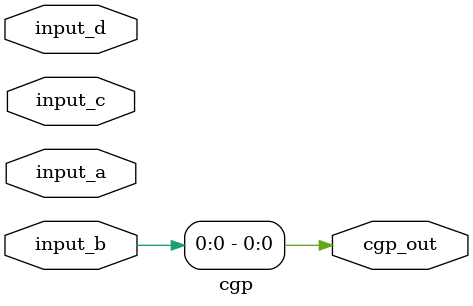
<source format=v>
module cgp(input [2:0] input_a, input [2:0] input_b, input [2:0] input_c, input [2:0] input_d, output [0:0] cgp_out);
  wire cgp_core_014;
  wire cgp_core_015;
  wire cgp_core_016;
  wire cgp_core_017;
  wire cgp_core_018;
  wire cgp_core_019;
  wire cgp_core_020;
  wire cgp_core_021;
  wire cgp_core_022;
  wire cgp_core_023;
  wire cgp_core_024;
  wire cgp_core_025;
  wire cgp_core_026;
  wire cgp_core_027;
  wire cgp_core_028;
  wire cgp_core_029;
  wire cgp_core_030;
  wire cgp_core_031;
  wire cgp_core_032;
  wire cgp_core_033;
  wire cgp_core_034;
  wire cgp_core_035;
  wire cgp_core_036;
  wire cgp_core_037;
  wire cgp_core_038;
  wire cgp_core_039;
  wire cgp_core_040;
  wire cgp_core_041;
  wire cgp_core_042;
  wire cgp_core_044;
  wire cgp_core_045;
  wire cgp_core_046;
  wire cgp_core_047;
  wire cgp_core_048;
  wire cgp_core_049;
  wire cgp_core_050;
  wire cgp_core_051;
  wire cgp_core_052;
  wire cgp_core_053;
  wire cgp_core_054;
  wire cgp_core_055;
  wire cgp_core_056;
  wire cgp_core_057;
  wire cgp_core_059;

  assign cgp_core_014 = input_a[0] ^ input_b[0];
  assign cgp_core_015 = input_a[0] & input_b[0];
  assign cgp_core_016 = input_a[1] ^ input_b[1];
  assign cgp_core_017 = input_a[1] & input_b[1];
  assign cgp_core_018 = cgp_core_016 ^ cgp_core_015;
  assign cgp_core_019 = cgp_core_016 & cgp_core_015;
  assign cgp_core_020 = cgp_core_017 | cgp_core_019;
  assign cgp_core_021 = input_a[2] ^ input_b[2];
  assign cgp_core_022 = input_a[2] & input_b[2];
  assign cgp_core_023 = cgp_core_021 ^ cgp_core_020;
  assign cgp_core_024 = cgp_core_021 & cgp_core_020;
  assign cgp_core_025 = cgp_core_022 | cgp_core_024;
  assign cgp_core_026 = input_c[0] ^ input_d[0];
  assign cgp_core_027 = input_c[0] & input_d[0];
  assign cgp_core_028 = input_c[1] ^ input_d[1];
  assign cgp_core_029 = input_c[1] & input_d[1];
  assign cgp_core_030 = cgp_core_028 ^ cgp_core_027;
  assign cgp_core_031 = cgp_core_028 & cgp_core_027;
  assign cgp_core_032 = cgp_core_029 | cgp_core_031;
  assign cgp_core_033 = input_c[2] ^ input_d[2];
  assign cgp_core_034 = input_c[2] & input_d[2];
  assign cgp_core_035 = cgp_core_033 ^ cgp_core_032;
  assign cgp_core_036 = cgp_core_033 & cgp_core_032;
  assign cgp_core_037 = cgp_core_034 | cgp_core_036;
  assign cgp_core_038 = ~cgp_core_037;
  assign cgp_core_039 = cgp_core_025 & input_a[2];
  assign cgp_core_040 = cgp_core_025 & input_c[2];
  assign cgp_core_041 = ~cgp_core_035;
  assign cgp_core_042 = cgp_core_023 & cgp_core_041;
  assign cgp_core_044 = ~(cgp_core_023 ^ cgp_core_035);
  assign cgp_core_045 = cgp_core_044 & cgp_core_040;
  assign cgp_core_046 = ~cgp_core_030;
  assign cgp_core_047 = cgp_core_018 & cgp_core_046;
  assign cgp_core_048 = input_c[1] & cgp_core_045;
  assign cgp_core_049 = ~input_d[1];
  assign cgp_core_050 = cgp_core_049 & cgp_core_045;
  assign cgp_core_051 = ~cgp_core_026;
  assign cgp_core_052 = cgp_core_014 & cgp_core_051;
  assign cgp_core_053 = cgp_core_052 & cgp_core_050;
  assign cgp_core_054 = ~(cgp_core_014 ^ cgp_core_026);
  assign cgp_core_055 = cgp_core_054 & cgp_core_050;
  assign cgp_core_056 = cgp_core_053 | cgp_core_048;
  assign cgp_core_057 = input_d[2] | cgp_core_055;
  assign cgp_core_059 = cgp_core_056 | cgp_core_057;

  assign cgp_out[0] = input_b[0];
endmodule
</source>
